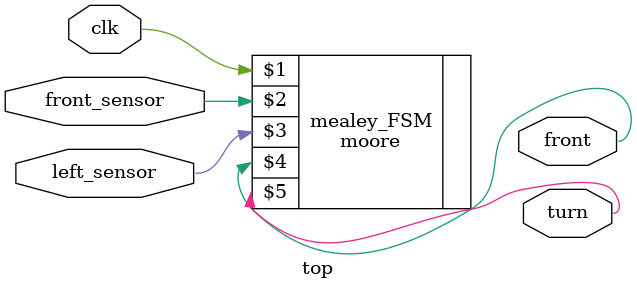
<source format=v>
`include "./FSMs/moore.v"
`include "./FSMs/mealey.v"

module top (
    clk,
    front_sensor,
    left_sensor,
    front,
    turn
);
    input clk, front_sensor, left_sensor;
    output front, turn;

    moore mealey_FSM(clk, front_sensor, left_sensor, front, turn);

endmodule

</source>
